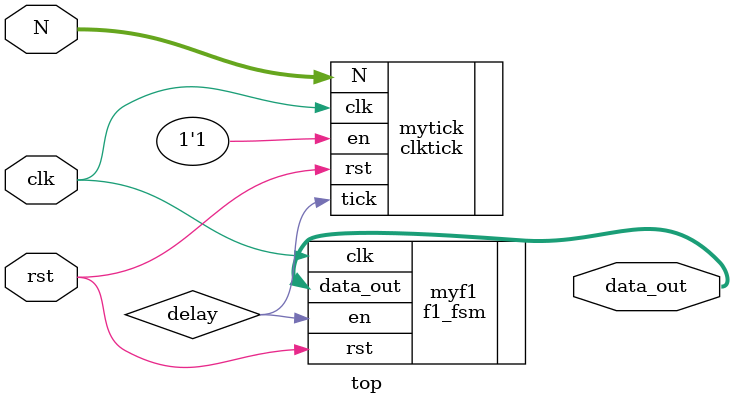
<source format=sv>
module top #(
) (
    input logic [15:0]  N,
    input logic         clk,
    input logic         rst,
    output logic[7:0]   data_out
);

logic delay;

clktick mytick(
    .N(N),
    .en(1'b1),
    .rst(rst),
    .clk(clk),
    .tick(delay)
);

f1_fsm myf1(
    .rst(rst),
    .en(delay),
    .clk(clk),
    .data_out(data_out)
);


  
endmodule

</source>
